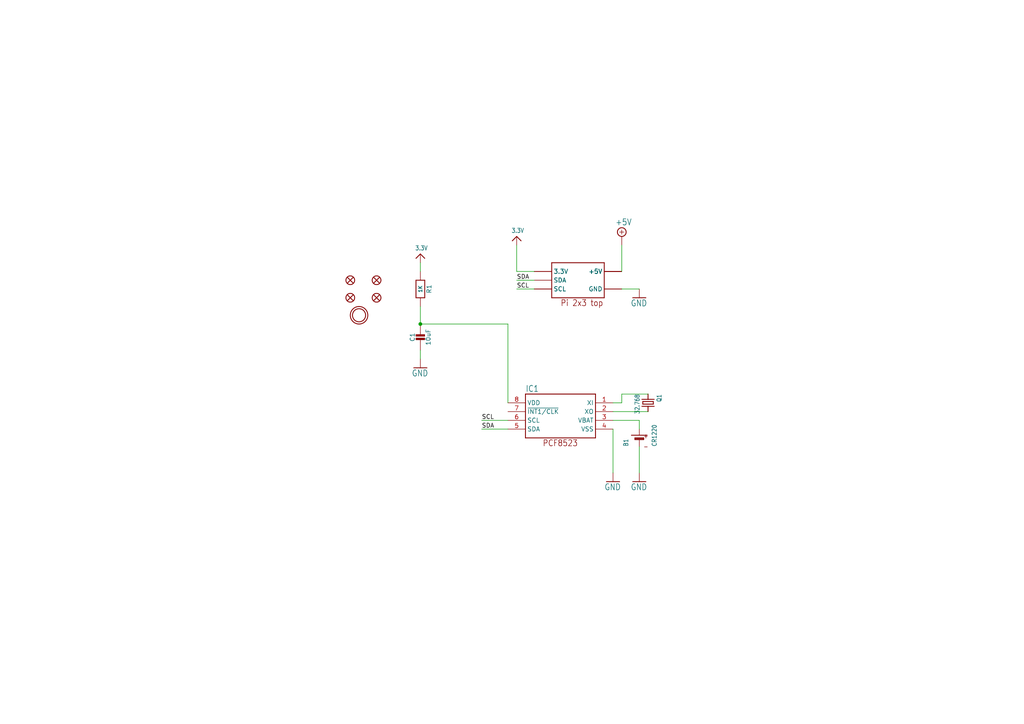
<source format=kicad_sch>
(kicad_sch (version 20230121) (generator eeschema)
  (paper "A4")
  (lib_symbols
    (symbol "working-eagle-import:+5V" (power)
      (property "Value" "+5V" (at -1.905 3.175 0))
      (symbol "+5V_1_0"
        (polyline (pts (xy -0.635 1.27) (xy 0.635 1.27)) (stroke (width 0.1524)))
        (polyline (pts (xy 0 0.635) (xy 0 1.905)) (stroke (width 0.1524)))
        (circle (center 0 1.27) (radius 1.27) (stroke (width 0.254)))
        (pin power_in line (at 0 -2.54 90) (length 2.54) (name "+5V") (number "1"))
      )
    )
    (symbol "working-eagle-import:3.3V" (power)
      (property "Value" "3.3V" (at -1.524 1.016 0))
      (symbol "3.3V_1_0"
        (polyline (pts (xy -1.27 -1.27) (xy 0 0)) (stroke (width 0.254)))
        (polyline (pts (xy 0 0) (xy 1.27 -1.27)) (stroke (width 0.254)))
        (pin power_in line (at 0 -2.54 90) (length 2.54) (name "3.3V") (number "1"))
      )
    )
    (symbol "working-eagle-import:BATTERYCR1220_SMT"
      (property "Reference" "B" (at -2.54 3.175 0))
      (symbol "BATTERYCR1220_SMT_1_0"
        (polyline (pts (xy -2.54 0) (xy -0.635 0)) (stroke (width 0.1524)))
        (polyline (pts (xy -0.508 -1.27) (xy -0.508 1.27)) (stroke (width 0.254)))
        (polyline (pts (xy -0.508 1.27) (xy -0.254 1.27)) (stroke (width 0.254)))
        (polyline (pts (xy -0.254 -1.27) (xy -0.508 -1.27)) (stroke (width 0.254)))
        (polyline (pts (xy -0.254 1.27) (xy -0.254 -1.27)) (stroke (width 0.254)))
        (polyline (pts (xy -0.254 1.27) (xy 0 1.27)) (stroke (width 0.254)))
        (polyline (pts (xy 0 -1.27) (xy -0.254 -1.27)) (stroke (width 0.254)))
        (polyline (pts (xy 0 1.27) (xy 0 -1.27)) (stroke (width 0.254)))
        (polyline (pts (xy 0.762 2.286) (xy 0.762 -2.286)) (stroke (width 0.254)))
        (polyline (pts (xy 0.889 0) (xy 2.54 0)) (stroke (width 0.1524)))
        (text "+" (at 1.27 -1.143 900) (effects (font (size 1.27 1.0795)) (justify right top)))
        (text "-" (at -1.778 -1.143 900) (effects (font (size 1.27 1.0795)) (justify right top)))
        (pin passive line (at 2.54 0 180) (length 0) (name "+") (number "+$1"))
        (pin passive line (at 2.54 0 180) (length 0) (name "+") (number "+$2"))
        (pin passive line (at -2.54 0 0) (length 0) (name "-") (number "-"))
      )
    )
    (symbol "working-eagle-import:CAP_CERAMIC0805-NOOUTLINE"
      (property "Reference" "C" (at -2.29 1.25 90))
      (symbol "CAP_CERAMIC0805-NOOUTLINE_1_0"
        (rectangle (start -1.27 0.508) (end 1.27 1.016) (fill (type outline)))
        (rectangle (start -1.27 1.524) (end 1.27 2.032) (fill (type outline)))
        (polyline (pts (xy 0 0.762) (xy 0 0)) (stroke (width 0.1524)))
        (polyline (pts (xy 0 2.54) (xy 0 1.778)) (stroke (width 0.1524)))
        (pin passive line (at 0 5.08 270) (length 2.54) (name "1") (number "1"))
        (pin passive line (at 0 -2.54 90) (length 2.54) (name "2") (number "2"))
      )
    )
    (symbol "working-eagle-import:CRYSTAL8.0X3.8"
      (property "Reference" "Y" (at -2.54 2.54 0))
      (symbol "CRYSTAL8.0X3.8_1_0"
        (polyline (pts (xy -2.54 0) (xy -1.016 0)) (stroke (width 0.254)))
        (polyline (pts (xy -1.016 0) (xy -1.016 -1.778)) (stroke (width 0.254)))
        (polyline (pts (xy -1.016 1.778) (xy -1.016 0)) (stroke (width 0.254)))
        (polyline (pts (xy -0.381 -1.524) (xy 0.381 -1.524)) (stroke (width 0.254)))
        (polyline (pts (xy -0.381 1.524) (xy -0.381 -1.524)) (stroke (width 0.254)))
        (polyline (pts (xy 0.381 -1.524) (xy 0.381 1.524)) (stroke (width 0.254)))
        (polyline (pts (xy 0.381 1.524) (xy -0.381 1.524)) (stroke (width 0.254)))
        (polyline (pts (xy 1.016 0) (xy 1.016 -1.778)) (stroke (width 0.254)))
        (polyline (pts (xy 1.016 1.778) (xy 1.016 0)) (stroke (width 0.254)))
        (polyline (pts (xy 2.54 0) (xy 1.016 0)) (stroke (width 0.254)))
        (pin passive line (at -2.54 0 0) (length 0) (name "1") (number "P$1"))
        (pin passive line (at 2.54 0 180) (length 0) (name "2") (number "P$4"))
      )
    )
    (symbol "working-eagle-import:FIDUCIAL_1MM"
      (symbol "FIDUCIAL_1MM_1_0"
        (polyline (pts (xy -0.762 0.762) (xy 0.762 -0.762)) (stroke (width 0.254)))
        (polyline (pts (xy 0.762 0.762) (xy -0.762 -0.762)) (stroke (width 0.254)))
        (circle (center 0 0) (radius 1.27) (stroke (width 0.254)))
      )
    )
    (symbol "working-eagle-import:GND" (power)
      (property "Value" "GND" (at -2.54 -2.54 0))
      (symbol "GND_1_0"
        (polyline (pts (xy -1.905 0) (xy 1.905 0)) (stroke (width 0.254)))
        (pin power_in line (at 0 2.54 270) (length 2.54) (name "GND") (number "1"))
      )
    )
    (symbol "working-eagle-import:MOUNTINGHOLE3.0THIN"
      (symbol "MOUNTINGHOLE3.0THIN_1_0"
        (circle (center 0 0) (radius 1.905) (stroke (width 0.254)))
        (circle (center 0 0) (radius 2.54) (stroke (width 0.254)))
      )
    )
    (symbol "working-eagle-import:RASPBERRYPI_2X3"
      (symbol "RASPBERRYPI_2X3_1_0"
        (polyline (pts (xy -7.62 -5.08) (xy -7.62 5.08)) (stroke (width 0.254)))
        (polyline (pts (xy -7.62 5.08) (xy 7.62 5.08)) (stroke (width 0.254)))
        (polyline (pts (xy 7.62 -5.08) (xy -7.62 -5.08)) (stroke (width 0.254)))
        (polyline (pts (xy 7.62 5.08) (xy 7.62 -5.08)) (stroke (width 0.254)))
        (text "Pi 2x3 top" (at -5.08 -7.62 0) (effects (font (size 1.778 1.5113)) (justify left bottom)))
        (pin bidirectional line (at -12.7 2.54 0) (length 5.08) (name "3.3V") (number "1"))
        (pin bidirectional line (at -12.7 2.54 0) (length 5.08) (name "3.3V") (number "1'"))
        (pin bidirectional line (at 12.7 2.54 180) (length 5.08) (name "+5V") (number "2"))
        (pin bidirectional line (at 12.7 2.54 180) (length 5.08) (name "+5V") (number "2'"))
        (pin bidirectional line (at -12.7 0 0) (length 5.08) (name "SDA") (number "3"))
        (pin bidirectional line (at -12.7 0 0) (length 5.08) (name "SDA") (number "3'"))
        (pin bidirectional line (at 12.7 2.54 180) (length 5.08) (name "+5V") (number "4"))
        (pin bidirectional line (at 12.7 2.54 180) (length 5.08) (name "+5V") (number "4'"))
        (pin bidirectional line (at -12.7 -2.54 0) (length 5.08) (name "SCL") (number "5"))
        (pin bidirectional line (at -12.7 -2.54 0) (length 5.08) (name "SCL") (number "5'"))
        (pin bidirectional line (at 12.7 -2.54 180) (length 5.08) (name "GND") (number "6"))
        (pin bidirectional line (at 12.7 -2.54 180) (length 5.08) (name "GND") (number "6'"))
      )
    )
    (symbol "working-eagle-import:RESISTOR0805_NOOUTLINE"
      (property "Reference" "R" (at 0 2.54 0))
      (symbol "RESISTOR0805_NOOUTLINE_1_0"
        (polyline (pts (xy -2.54 -1.27) (xy -2.54 1.27)) (stroke (width 0.254)))
        (polyline (pts (xy -2.54 1.27) (xy 2.54 1.27)) (stroke (width 0.254)))
        (polyline (pts (xy 2.54 -1.27) (xy -2.54 -1.27)) (stroke (width 0.254)))
        (polyline (pts (xy 2.54 1.27) (xy 2.54 -1.27)) (stroke (width 0.254)))
        (pin passive line (at -5.08 0 0) (length 2.54) (name "1") (number "1"))
        (pin passive line (at 5.08 0 180) (length 2.54) (name "2") (number "2"))
      )
    )
    (symbol "working-eagle-import:RTC_PCF8523T"
      (property "Reference" "IC" (at 10.16 7.62 0))
      (symbol "RTC_PCF8523T_1_0"
        (polyline (pts (xy -10.16 -7.62) (xy -10.16 5.08)) (stroke (width 0.254)))
        (polyline (pts (xy -10.16 5.08) (xy 10.16 5.08)) (stroke (width 0.254)))
        (polyline (pts (xy 10.16 -7.62) (xy -10.16 -7.62)) (stroke (width 0.254)))
        (polyline (pts (xy 10.16 5.08) (xy 10.16 -7.62)) (stroke (width 0.254)))
        (text "PCF8523" (at -5.08 -10.16 0) (effects (font (size 1.778 1.5113)) (justify left bottom)))
        (pin input line (at -15.24 2.54 0) (length 5.08) (name "XI") (number "1"))
        (pin output line (at -15.24 0 0) (length 5.08) (name "XO") (number "2"))
        (pin power_in line (at -15.24 -2.54 0) (length 5.08) (name "VBAT") (number "3"))
        (pin power_in line (at -15.24 -5.08 0) (length 5.08) (name "VSS") (number "4"))
        (pin bidirectional line (at 15.24 -5.08 180) (length 5.08) (name "SDA") (number "5"))
        (pin bidirectional line (at 15.24 -2.54 180) (length 5.08) (name "SCL") (number "6"))
        (pin output line (at 15.24 0 180) (length 5.08) (name "~{INT1/CLK}") (number "7"))
        (pin power_in line (at 15.24 2.54 180) (length 5.08) (name "VDD") (number "8"))
      )
    )
  )
  (junction (at 121.92 93.98))
  (wire (pts (xy 154.94 81.28) (xy 149.86 81.28)) (stroke (width 0.1524)))
  (wire (pts (xy 147.32 124.46) (xy 139.7 124.46)) (stroke (width 0.1524)))
  (wire (pts (xy 185.42 129.54) (xy 185.42 137.16)) (stroke (width 0.1524)))
  (wire (pts (xy 185.42 124.46) (xy 185.42 121.92)) (stroke (width 0.1524)))
  (wire (pts (xy 180.34 83.82) (xy 185.42 83.82)) (stroke (width 0.1524)))
  (wire (pts (xy 147.32 93.98) (xy 147.32 116.84)) (stroke (width 0.1524)))
  (wire (pts (xy 147.32 121.92) (xy 139.7 121.92)) (stroke (width 0.1524)))
  (wire (pts (xy 121.92 88.9) (xy 121.92 93.98)) (stroke (width 0.1524)))
  (wire (pts (xy 121.92 93.98) (xy 147.32 93.98)) (stroke (width 0.1524)))
  (wire (pts (xy 121.92 76.2) (xy 121.92 78.74)) (stroke (width 0.1524)))
  (wire (pts (xy 185.42 121.92) (xy 177.8 121.92)) (stroke (width 0.1524)))
  (wire (pts (xy 187.96 119.38) (xy 177.8 119.38)) (stroke (width 0.1524)))
  (wire (pts (xy 154.94 78.74) (xy 149.86 78.74)) (stroke (width 0.1524)))
  (wire (pts (xy 180.34 116.84) (xy 177.8 116.84)) (stroke (width 0.1524)))
  (wire (pts (xy 149.86 83.82) (xy 154.94 83.82)) (stroke (width 0.1524)))
  (wire (pts (xy 180.34 71.12) (xy 180.34 78.74)) (stroke (width 0.1524)))
  (wire (pts (xy 180.34 114.3) (xy 180.34 116.84)) (stroke (width 0.1524)))
  (wire (pts (xy 187.96 114.3) (xy 180.34 114.3)) (stroke (width 0.1524)))
  (wire (pts (xy 121.92 104.14) (xy 121.92 101.6)) (stroke (width 0.1524)))
  (wire (pts (xy 149.86 78.74) (xy 149.86 71.12)) (stroke (width 0.1524)))
  (wire (pts (xy 177.8 137.16) (xy 177.8 124.46)) (stroke (width 0.1524)))
  (label "SCL" (at 139.7 121.92 0) (effects (font (size 1.2446 1.2446))))
  (label "SDA" (at 139.7 124.46 0) (effects (font (size 1.2446 1.2446))))
  (label "SDA" (at 149.86 81.28 0) (effects (font (size 1.2446 1.2446))))
  (label "SCL" (at 149.86 83.82 0) (effects (font (size 1.2446 1.2446))))
  (symbol (lib_id "working-eagle-import:RESISTOR0805_NOOUTLINE") (at 121.92 83.82 270) (unit 1)
    (property "Reference" "R1" (at 124.46 83.82 0))
    (property "Value" "1K" (at 121.92 83.82 0) (effects (font (size 1.016 1.016) bold)))
    (property "Footprint" "working:0805-NO" (effects hide))
  )
  (symbol (lib_id "working-eagle-import:GND") (at 177.8 139.7 0) (unit 1)
    (property "Reference" "#GND16" (effects hide))
    (property "Value" "GND" (at 175.26 142.24 0) (effects (font (size 1.778 1.5113)) (justify left bottom)))
  )
  (symbol (lib_id "working-eagle-import:CRYSTAL8.0X3.8") (at 187.96 116.84 270) (unit 1)
    (property "Reference" "Q1" (at 190.5 114.3 0) (effects (font (size 1.27 1.0795)) (justify left bottom)))
    (property "Value" "32.768" (at 184.15 114.3 0) (effects (font (size 1.27 1.0795)) (justify left bottom)))
    (property "Footprint" "working:CRYSTAL_8X3.8" (effects hide))
  )
  (symbol (lib_id "working-eagle-import:3.3V") (at 121.92 73.66 0) (unit 1)
    (property "Reference" "#U$1" (effects hide))
    (property "Value" "3.3V" (at 120.396 72.644 0) (effects (font (size 1.27 1.0795)) (justify left bottom)))
  )
  (symbol (lib_id "working-eagle-import:FIDUCIAL_1MM") (at 101.6 81.28 0) (unit 1)
    (property "Reference" "FID3" (effects hide))
    (property "Value" "FIDUCIAL_1MM" (effects hide))
    (property "Footprint" "working:FIDUCIAL_1MM" (effects hide))
  )
  (symbol (lib_id "working-eagle-import:FIDUCIAL_1MM") (at 109.22 81.28 0) (unit 1)
    (property "Reference" "FID4" (effects hide))
    (property "Value" "FIDUCIAL_1MM" (effects hide))
    (property "Footprint" "working:FIDUCIAL_1MM" (effects hide))
  )
  (symbol (lib_id "working-eagle-import:MOUNTINGHOLE3.0THIN") (at 104.14 91.44 0) (unit 1)
    (property "Reference" "U$4" (effects hide))
    (property "Value" "MOUNTINGHOLE3.0THIN" (effects hide))
    (property "Footprint" "working:MOUNTINGHOLE_3.0_PLATEDTHIN" (effects hide))
  )
  (symbol (lib_id "working-eagle-import:CAP_CERAMIC0805-NOOUTLINE") (at 121.92 99.06 0) (unit 1)
    (property "Reference" "C1" (at 119.63 97.81 90))
    (property "Value" "10uF" (at 124.22 97.81 90))
    (property "Footprint" "working:0805-NO" (effects hide))
  )
  (symbol (lib_id "working-eagle-import:RASPBERRYPI_2X3") (at 167.64 81.28 0) (unit 1)
    (property "Reference" "RPI1" (effects hide))
    (property "Value" "RASPBERRYPI_2X3" (effects hide))
    (property "Footprint" "working:RASPBERRYPI_2X3_THMSMT" (effects hide))
  )
  (symbol (lib_id "working-eagle-import:GND") (at 185.42 139.7 0) (unit 1)
    (property "Reference" "#GND17" (effects hide))
    (property "Value" "GND" (at 182.88 142.24 0) (effects (font (size 1.778 1.5113)) (justify left bottom)))
  )
  (symbol (lib_id "working-eagle-import:GND") (at 185.42 86.36 0) (unit 1)
    (property "Reference" "#GND3" (effects hide))
    (property "Value" "GND" (at 182.88 88.9 0) (effects (font (size 1.778 1.5113)) (justify left bottom)))
  )
  (symbol (lib_id "working-eagle-import:+5V") (at 180.34 68.58 0) (unit 1)
    (property "Reference" "#SUPPLY1" (effects hide))
    (property "Value" "+5V" (at 178.435 65.405 0) (effects (font (size 1.778 1.5113)) (justify left bottom)))
  )
  (symbol (lib_id "working-eagle-import:3.3V") (at 149.86 68.58 0) (unit 1)
    (property "Reference" "#U$5" (effects hide))
    (property "Value" "3.3V" (at 148.336 67.564 0) (effects (font (size 1.27 1.0795)) (justify left bottom)))
  )
  (symbol (lib_id "working-eagle-import:FIDUCIAL_1MM") (at 109.22 86.36 0) (unit 1)
    (property "Reference" "FID2" (effects hide))
    (property "Value" "FIDUCIAL_1MM" (effects hide))
    (property "Footprint" "working:FIDUCIAL_1MM" (effects hide))
  )
  (symbol (lib_id "working-eagle-import:GND") (at 121.92 106.68 0) (unit 1)
    (property "Reference" "#GND2" (effects hide))
    (property "Value" "GND" (at 119.38 109.22 0) (effects (font (size 1.778 1.5113)) (justify left bottom)))
  )
  (symbol (lib_id "working-eagle-import:BATTERYCR1220_SMT") (at 185.42 127 90) (unit 1)
    (property "Reference" "B1" (at 182.245 129.54 0) (effects (font (size 1.27 1.0795)) (justify left bottom)))
    (property "Value" "CR1220" (at 190.5 129.54 0) (effects (font (size 1.27 1.0795)) (justify left bottom)))
    (property "Footprint" "working:CR1220" (effects hide))
  )
  (symbol (lib_id "working-eagle-import:FIDUCIAL_1MM") (at 101.6 86.36 0) (unit 1)
    (property "Reference" "FID1" (effects hide))
    (property "Value" "FIDUCIAL_1MM" (effects hide))
    (property "Footprint" "working:FIDUCIAL_1MM" (effects hide))
  )
  (symbol (lib_id "working-eagle-import:RTC_PCF8523T") (at 162.56 119.38 0) (mirror y) (unit 1)
    (property "Reference" "IC1" (at 152.4 111.76 0) (effects (font (size 1.778 1.5113)) (justify right top)))
    (property "Value" "RTC_PCF8523T" (effects hide))
    (property "Footprint" "working:SOIC8_150MIL" (effects hide))
  )
)
</source>
